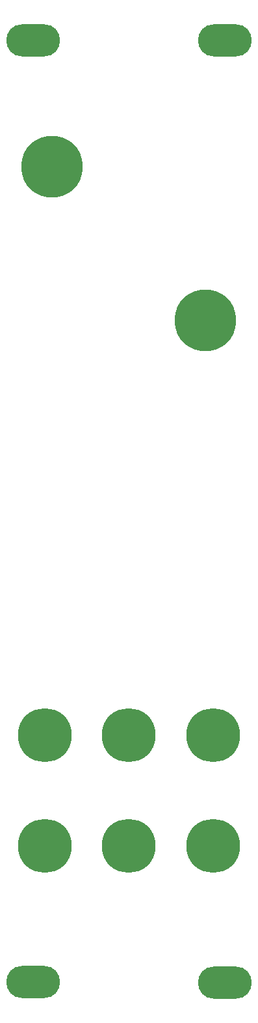
<source format=gbr>
%TF.GenerationSoftware,KiCad,Pcbnew,7.0.10*%
%TF.CreationDate,2024-02-21T22:44:58-06:00*%
%TF.ProjectId,Dual_VCA,4475616c-5f56-4434-912e-6b696361645f,rev?*%
%TF.SameCoordinates,Original*%
%TF.FileFunction,Soldermask,Top*%
%TF.FilePolarity,Negative*%
%FSLAX46Y46*%
G04 Gerber Fmt 4.6, Leading zero omitted, Abs format (unit mm)*
G04 Created by KiCad (PCBNEW 7.0.10) date 2024-02-21 22:44:58*
%MOMM*%
%LPD*%
G01*
G04 APERTURE LIST*
%ADD10C,8.000000*%
%ADD11C,7.000000*%
%ADD12O,7.000000X4.200000*%
G04 APERTURE END LIST*
D10*
%TO.C,REF\u002A\u002A*%
X230420000Y-79670000D03*
%TD*%
D11*
%TO.C,REF\u002A\u002A*%
X209480000Y-148025000D03*
%TD*%
%TO.C,REF\u002A\u002A*%
X231380000Y-133575000D03*
%TD*%
%TO.C,REF\u002A\u002A*%
X220430000Y-133575000D03*
%TD*%
%TO.C,REF\u002A\u002A*%
X220430000Y-148025000D03*
%TD*%
%TO.C,REF\u002A\u002A*%
X209480000Y-133575000D03*
%TD*%
D10*
%TO.C,REF\u002A\u002A*%
X210430000Y-59675000D03*
%TD*%
D11*
%TO.C,REF\u002A\u002A*%
X231380000Y-148025000D03*
%TD*%
D12*
%TO.C,REF\u002A\u002A*%
X207930000Y-43255000D03*
X207930000Y-165731000D03*
X232935000Y-43255000D03*
X232935000Y-165755000D03*
%TD*%
M02*

</source>
